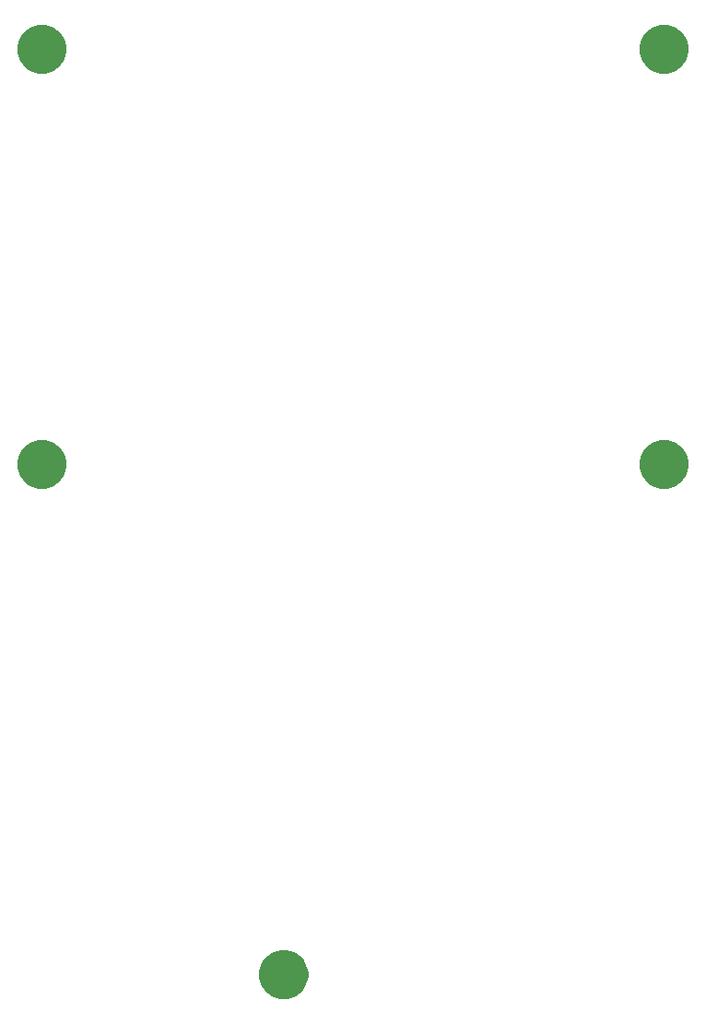
<source format=gbr>
G04 #@! TF.GenerationSoftware,KiCad,Pcbnew,(5.1.4)-1*
G04 #@! TF.CreationDate,2022-03-17T14:52:41-07:00*
G04 #@! TF.ProjectId,TopPlate,546f7050-6c61-4746-952e-6b696361645f,rev?*
G04 #@! TF.SameCoordinates,Original*
G04 #@! TF.FileFunction,Soldermask,Bot*
G04 #@! TF.FilePolarity,Negative*
%FSLAX46Y46*%
G04 Gerber Fmt 4.6, Leading zero omitted, Abs format (unit mm)*
G04 Created by KiCad (PCBNEW (5.1.4)-1) date 2022-03-17 14:52:41*
%MOMM*%
%LPD*%
G04 APERTURE LIST*
%ADD10C,0.100000*%
G04 APERTURE END LIST*
D10*
G36*
X159819630Y-133491026D02*
G01*
X160200343Y-133566754D01*
X160609999Y-133736439D01*
X160978679Y-133982784D01*
X161292216Y-134296321D01*
X161538561Y-134665001D01*
X161708246Y-135074657D01*
X161794750Y-135509546D01*
X161794750Y-135952954D01*
X161708246Y-136387843D01*
X161538561Y-136797499D01*
X161292216Y-137166179D01*
X160978679Y-137479716D01*
X160609999Y-137726061D01*
X160200343Y-137895746D01*
X159819630Y-137971474D01*
X159765455Y-137982250D01*
X159322045Y-137982250D01*
X159267870Y-137971474D01*
X158887157Y-137895746D01*
X158477501Y-137726061D01*
X158108821Y-137479716D01*
X157795284Y-137166179D01*
X157548939Y-136797499D01*
X157379254Y-136387843D01*
X157292750Y-135952954D01*
X157292750Y-135509546D01*
X157379254Y-135074657D01*
X157548939Y-134665001D01*
X157795284Y-134296321D01*
X158108821Y-133982784D01*
X158477501Y-133736439D01*
X158887157Y-133566754D01*
X159267870Y-133491026D01*
X159322045Y-133480250D01*
X159765455Y-133480250D01*
X159819630Y-133491026D01*
X159819630Y-133491026D01*
G37*
G36*
X194744630Y-86659776D02*
G01*
X195125343Y-86735504D01*
X195534999Y-86905189D01*
X195903679Y-87151534D01*
X196217216Y-87465071D01*
X196463561Y-87833751D01*
X196633246Y-88243407D01*
X196719750Y-88678296D01*
X196719750Y-89121704D01*
X196633246Y-89556593D01*
X196463561Y-89966249D01*
X196217216Y-90334929D01*
X195903679Y-90648466D01*
X195534999Y-90894811D01*
X195125343Y-91064496D01*
X194744630Y-91140224D01*
X194690455Y-91151000D01*
X194247045Y-91151000D01*
X194192870Y-91140224D01*
X193812157Y-91064496D01*
X193402501Y-90894811D01*
X193033821Y-90648466D01*
X192720284Y-90334929D01*
X192473939Y-89966249D01*
X192304254Y-89556593D01*
X192217750Y-89121704D01*
X192217750Y-88678296D01*
X192304254Y-88243407D01*
X192473939Y-87833751D01*
X192720284Y-87465071D01*
X193033821Y-87151534D01*
X193402501Y-86905189D01*
X193812157Y-86735504D01*
X194192870Y-86659776D01*
X194247045Y-86649000D01*
X194690455Y-86649000D01*
X194744630Y-86659776D01*
X194744630Y-86659776D01*
G37*
G36*
X137594630Y-86659776D02*
G01*
X137975343Y-86735504D01*
X138384999Y-86905189D01*
X138753679Y-87151534D01*
X139067216Y-87465071D01*
X139313561Y-87833751D01*
X139483246Y-88243407D01*
X139569750Y-88678296D01*
X139569750Y-89121704D01*
X139483246Y-89556593D01*
X139313561Y-89966249D01*
X139067216Y-90334929D01*
X138753679Y-90648466D01*
X138384999Y-90894811D01*
X137975343Y-91064496D01*
X137594630Y-91140224D01*
X137540455Y-91151000D01*
X137097045Y-91151000D01*
X137042870Y-91140224D01*
X136662157Y-91064496D01*
X136252501Y-90894811D01*
X135883821Y-90648466D01*
X135570284Y-90334929D01*
X135323939Y-89966249D01*
X135154254Y-89556593D01*
X135067750Y-89121704D01*
X135067750Y-88678296D01*
X135154254Y-88243407D01*
X135323939Y-87833751D01*
X135570284Y-87465071D01*
X135883821Y-87151534D01*
X136252501Y-86905189D01*
X136662157Y-86735504D01*
X137042870Y-86659776D01*
X137097045Y-86649000D01*
X137540455Y-86649000D01*
X137594630Y-86659776D01*
X137594630Y-86659776D01*
G37*
G36*
X194744630Y-48559776D02*
G01*
X195125343Y-48635504D01*
X195534999Y-48805189D01*
X195903679Y-49051534D01*
X196217216Y-49365071D01*
X196463561Y-49733751D01*
X196633246Y-50143407D01*
X196719750Y-50578296D01*
X196719750Y-51021704D01*
X196633246Y-51456593D01*
X196463561Y-51866249D01*
X196217216Y-52234929D01*
X195903679Y-52548466D01*
X195534999Y-52794811D01*
X195125343Y-52964496D01*
X194744630Y-53040224D01*
X194690455Y-53051000D01*
X194247045Y-53051000D01*
X194192870Y-53040224D01*
X193812157Y-52964496D01*
X193402501Y-52794811D01*
X193033821Y-52548466D01*
X192720284Y-52234929D01*
X192473939Y-51866249D01*
X192304254Y-51456593D01*
X192217750Y-51021704D01*
X192217750Y-50578296D01*
X192304254Y-50143407D01*
X192473939Y-49733751D01*
X192720284Y-49365071D01*
X193033821Y-49051534D01*
X193402501Y-48805189D01*
X193812157Y-48635504D01*
X194192870Y-48559776D01*
X194247045Y-48549000D01*
X194690455Y-48549000D01*
X194744630Y-48559776D01*
X194744630Y-48559776D01*
G37*
G36*
X137594630Y-48559776D02*
G01*
X137975343Y-48635504D01*
X138384999Y-48805189D01*
X138753679Y-49051534D01*
X139067216Y-49365071D01*
X139313561Y-49733751D01*
X139483246Y-50143407D01*
X139569750Y-50578296D01*
X139569750Y-51021704D01*
X139483246Y-51456593D01*
X139313561Y-51866249D01*
X139067216Y-52234929D01*
X138753679Y-52548466D01*
X138384999Y-52794811D01*
X137975343Y-52964496D01*
X137594630Y-53040224D01*
X137540455Y-53051000D01*
X137097045Y-53051000D01*
X137042870Y-53040224D01*
X136662157Y-52964496D01*
X136252501Y-52794811D01*
X135883821Y-52548466D01*
X135570284Y-52234929D01*
X135323939Y-51866249D01*
X135154254Y-51456593D01*
X135067750Y-51021704D01*
X135067750Y-50578296D01*
X135154254Y-50143407D01*
X135323939Y-49733751D01*
X135570284Y-49365071D01*
X135883821Y-49051534D01*
X136252501Y-48805189D01*
X136662157Y-48635504D01*
X137042870Y-48559776D01*
X137097045Y-48549000D01*
X137540455Y-48549000D01*
X137594630Y-48559776D01*
X137594630Y-48559776D01*
G37*
M02*

</source>
